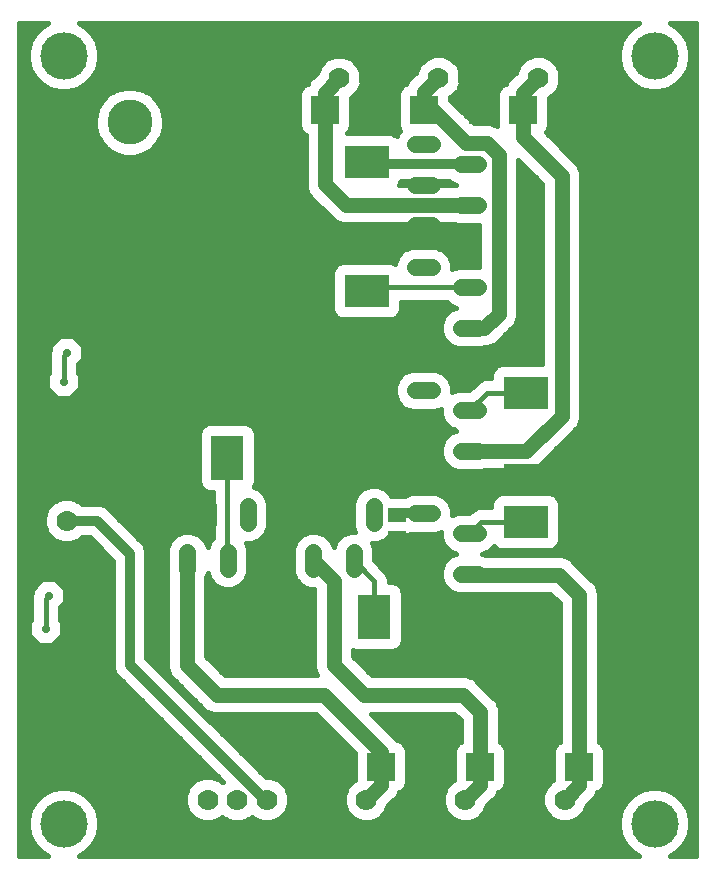
<source format=gbl>
G75*
G70*
%OFA0B0*%
%FSLAX24Y24*%
%IPPOS*%
%LPD*%
%AMOC8*
5,1,8,0,0,1.08239X$1,22.5*
%
%ADD10C,0.1500*%
%ADD11C,0.0700*%
%ADD12C,0.0554*%
%ADD13R,0.0945X0.0945*%
%ADD14R,0.1496X0.1102*%
%ADD15R,0.1102X0.1496*%
%ADD16R,0.0591X0.0512*%
%ADD17OC8,0.0278*%
%ADD18C,0.0160*%
%ADD19C,0.0320*%
%ADD20C,0.1581*%
%ADD21C,0.0500*%
D10*
X004380Y023196D03*
X004380Y025164D03*
D11*
X001480Y018080D03*
X002280Y011880D03*
X000980Y009780D03*
X005011Y002580D03*
X005996Y002580D03*
X006980Y002580D03*
X007964Y002580D03*
X008949Y002580D03*
X011288Y002580D03*
X012272Y002580D03*
X014588Y002580D03*
X015572Y002580D03*
X017898Y002580D03*
X018882Y002580D03*
X018982Y026640D03*
X017998Y026640D03*
X015662Y026640D03*
X014678Y026640D03*
X012352Y026620D03*
X011368Y026620D03*
D12*
X013896Y024419D02*
X014450Y024419D01*
X015431Y023749D02*
X015986Y023749D01*
X015986Y022411D02*
X015431Y022411D01*
X014450Y023080D02*
X013896Y023080D01*
X013896Y021741D02*
X014450Y021741D01*
X014450Y020319D02*
X013896Y020319D01*
X013896Y018980D02*
X014450Y018980D01*
X015431Y018311D02*
X015986Y018311D01*
X015986Y019649D02*
X015431Y019649D01*
X014450Y017641D02*
X013896Y017641D01*
X013896Y016219D02*
X014450Y016219D01*
X015431Y015549D02*
X015986Y015549D01*
X015986Y014211D02*
X015431Y014211D01*
X014450Y014880D02*
X013896Y014880D01*
X013896Y013541D02*
X014450Y013541D01*
X014450Y012119D02*
X013896Y012119D01*
X013896Y010780D02*
X014450Y010780D01*
X015431Y010111D02*
X015986Y010111D01*
X015986Y011449D02*
X015431Y011449D01*
X014450Y009441D02*
X013896Y009441D01*
X011849Y010274D02*
X011849Y010829D01*
X011180Y011810D02*
X011180Y012364D01*
X009841Y012364D02*
X009841Y011810D01*
X010511Y010829D02*
X010511Y010274D01*
X012519Y011810D02*
X012519Y012364D01*
X008319Y012364D02*
X008319Y011810D01*
X007649Y010829D02*
X007649Y010274D01*
X006311Y010274D02*
X006311Y010829D01*
X006980Y011810D02*
X006980Y012364D01*
X005641Y012364D02*
X005641Y011810D01*
D13*
X010796Y003680D03*
X012764Y003680D03*
X014096Y003680D03*
X016064Y003680D03*
X017396Y003680D03*
X019364Y003680D03*
X019464Y025580D03*
X017496Y025580D03*
X016164Y025580D03*
X014196Y025580D03*
X012864Y025580D03*
X010896Y025580D03*
D14*
X012280Y023837D03*
X012280Y020923D03*
X012280Y019537D03*
X012280Y016623D03*
X017580Y016137D03*
X017580Y013223D03*
X017580Y011837D03*
X017580Y008923D03*
D15*
X012537Y008680D03*
X009623Y008680D03*
X007637Y013980D03*
X004723Y013980D03*
D16*
X013280Y012054D03*
X013280Y011306D03*
D17*
X003548Y017165D03*
X003548Y017401D03*
X003272Y017401D03*
X003272Y017165D03*
X002280Y017480D03*
X002180Y016510D03*
X001680Y009380D03*
X002560Y009200D03*
X002560Y008960D03*
X002800Y008960D03*
X002800Y009200D03*
X001580Y008280D03*
D18*
X001652Y000710D02*
X000710Y000710D01*
X000710Y028450D01*
X001652Y028450D01*
X001449Y028333D01*
X001227Y028111D01*
X001071Y027840D01*
X000989Y027537D01*
X000989Y027223D01*
X001071Y026920D01*
X001227Y026649D01*
X001449Y026427D01*
X001720Y026271D01*
X002023Y026189D01*
X002337Y026189D01*
X002640Y026271D01*
X002911Y026427D01*
X003133Y026649D01*
X003289Y026920D01*
X003371Y027223D01*
X003371Y027537D01*
X003289Y027840D01*
X003133Y028111D01*
X002911Y028333D01*
X002708Y028450D01*
X021352Y028450D01*
X021149Y028333D01*
X020927Y028111D01*
X020771Y027840D01*
X020689Y027537D01*
X020689Y027223D01*
X020771Y026920D01*
X020927Y026649D01*
X021149Y026427D01*
X021420Y026271D01*
X021723Y026189D01*
X022037Y026189D01*
X022340Y026271D01*
X022611Y026427D01*
X022833Y026649D01*
X022989Y026920D01*
X023071Y027223D01*
X023071Y027537D01*
X022989Y027840D01*
X022833Y028111D01*
X022611Y028333D01*
X022408Y028450D01*
X023250Y028450D01*
X023250Y000710D01*
X022408Y000710D01*
X022611Y000827D01*
X022833Y001049D01*
X022989Y001320D01*
X023071Y001623D01*
X023071Y001937D01*
X022989Y002240D01*
X022989Y002241D02*
X023250Y002241D01*
X023250Y002399D02*
X022897Y002399D01*
X022833Y002511D02*
X022611Y002733D01*
X022340Y002889D01*
X022037Y002971D01*
X021723Y002971D01*
X021420Y002889D01*
X021149Y002733D01*
X020927Y002511D01*
X020771Y002240D01*
X020771Y002241D02*
X019553Y002241D01*
X019518Y002155D02*
X019618Y002397D01*
X019915Y002694D01*
X019972Y002831D01*
X020063Y002868D01*
X020176Y002981D01*
X020237Y003128D01*
X020237Y004232D01*
X020176Y004379D01*
X020063Y004492D01*
X020014Y004512D01*
X020014Y009525D01*
X019915Y009764D01*
X019632Y010047D01*
X019231Y010448D01*
X019048Y010631D01*
X018809Y010730D01*
X016260Y010730D01*
X016139Y010780D01*
X016369Y010875D01*
X016523Y011029D01*
X016605Y010946D01*
X016752Y010886D01*
X018408Y010886D01*
X018555Y010946D01*
X018667Y011059D01*
X018728Y011206D01*
X018728Y012467D01*
X018667Y012614D01*
X018555Y012727D01*
X018408Y012788D01*
X016752Y012788D01*
X016605Y012727D01*
X016493Y012614D01*
X016432Y012467D01*
X016432Y012317D01*
X016000Y012317D01*
X015824Y012244D01*
X015707Y012126D01*
X015296Y012126D01*
X015127Y012056D01*
X015127Y012253D01*
X015024Y012502D01*
X014834Y012693D01*
X014585Y012796D01*
X013761Y012796D01*
X013554Y012710D01*
X013108Y012710D01*
X013093Y012748D01*
X012902Y012938D01*
X012653Y013041D01*
X012384Y013041D01*
X012135Y012938D01*
X011945Y012748D01*
X011841Y012499D01*
X011841Y011675D01*
X011912Y011506D01*
X011715Y011506D01*
X011466Y011403D01*
X011275Y011212D01*
X011180Y010983D01*
X011085Y011212D01*
X010894Y011403D01*
X010645Y011506D01*
X010376Y011506D01*
X010127Y011403D01*
X009937Y011212D01*
X009834Y010964D01*
X009834Y010140D01*
X009937Y009891D01*
X010127Y009700D01*
X010376Y009597D01*
X010530Y009597D01*
X010530Y006951D01*
X010621Y006730D01*
X007549Y006730D01*
X006930Y007349D01*
X006930Y010000D01*
X006980Y010121D01*
X007075Y009891D01*
X007266Y009700D01*
X007515Y009597D01*
X007784Y009597D01*
X008033Y009700D01*
X008223Y009891D01*
X008326Y010140D01*
X008326Y010964D01*
X008256Y011133D01*
X008453Y011133D01*
X008702Y011236D01*
X008893Y011426D01*
X008996Y011675D01*
X008996Y012499D01*
X008893Y012748D01*
X008702Y012938D01*
X008529Y013010D01*
X008588Y013152D01*
X008588Y014808D01*
X008527Y014955D01*
X008414Y015067D01*
X008267Y015128D01*
X007006Y015128D01*
X006859Y015067D01*
X006746Y014955D01*
X006686Y014808D01*
X006686Y013152D01*
X006746Y013005D01*
X006859Y012893D01*
X007006Y012832D01*
X007157Y012832D01*
X007157Y011294D01*
X007075Y011212D01*
X006980Y010983D01*
X006885Y011212D01*
X006694Y011403D01*
X006445Y011506D01*
X006176Y011506D01*
X005927Y011403D01*
X005737Y011212D01*
X005634Y010964D01*
X005634Y010659D01*
X005630Y010650D01*
X005630Y006951D01*
X005729Y006712D01*
X005912Y006529D01*
X006912Y005529D01*
X007151Y005430D01*
X010595Y005430D01*
X011892Y004133D01*
X011892Y003234D01*
X011847Y003216D01*
X011636Y003005D01*
X011522Y002729D01*
X011522Y002431D01*
X011636Y002155D01*
X011847Y001944D01*
X012123Y001830D01*
X012421Y001830D01*
X012697Y001944D01*
X012908Y002155D01*
X013008Y002397D01*
X013315Y002704D01*
X013367Y002829D01*
X013463Y002868D01*
X013576Y002981D01*
X013637Y003128D01*
X013637Y004232D01*
X013576Y004379D01*
X013463Y004492D01*
X013316Y004552D01*
X013311Y004552D01*
X012433Y005430D01*
X015211Y005430D01*
X015414Y005227D01*
X015414Y004512D01*
X015365Y004492D01*
X015253Y004379D01*
X015192Y004232D01*
X015192Y003234D01*
X015147Y003216D01*
X014936Y003005D01*
X014822Y002729D01*
X014822Y002431D01*
X014936Y002155D01*
X015147Y001944D01*
X015423Y001830D01*
X015721Y001830D01*
X015997Y001944D01*
X016208Y002155D01*
X016308Y002397D01*
X016615Y002704D01*
X016667Y002829D01*
X016763Y002868D01*
X016876Y002981D01*
X016937Y003128D01*
X016937Y004232D01*
X016876Y004379D01*
X016763Y004492D01*
X016714Y004512D01*
X016714Y005625D01*
X016615Y005864D01*
X016432Y006047D01*
X016031Y006448D01*
X016031Y006448D01*
X015848Y006631D01*
X015609Y006730D01*
X012449Y006730D01*
X011830Y007349D01*
X011830Y007563D01*
X011906Y007532D01*
X013167Y007532D01*
X013314Y007593D01*
X013427Y007705D01*
X013488Y007852D01*
X013488Y009508D01*
X013427Y009655D01*
X013314Y009767D01*
X013167Y009828D01*
X013017Y009828D01*
X013017Y009960D01*
X012944Y010136D01*
X012526Y010553D01*
X012526Y010964D01*
X012456Y011133D01*
X012653Y011133D01*
X012902Y011236D01*
X013064Y011398D01*
X013655Y011398D01*
X013760Y011442D01*
X013761Y011441D01*
X014585Y011441D01*
X014754Y011512D01*
X014754Y011315D01*
X014857Y011066D01*
X015048Y010875D01*
X015277Y010780D01*
X015048Y010685D01*
X014857Y010494D01*
X014754Y010245D01*
X014754Y009976D01*
X014857Y009727D01*
X015048Y009537D01*
X015296Y009434D01*
X015601Y009434D01*
X015610Y009430D01*
X018411Y009430D01*
X018713Y009128D01*
X018714Y009127D01*
X018714Y004512D01*
X018665Y004492D01*
X018553Y004379D01*
X018492Y004232D01*
X018492Y003230D01*
X018457Y003216D01*
X018246Y003005D01*
X018132Y002729D01*
X018132Y002431D01*
X018246Y002155D01*
X018457Y001944D01*
X018733Y001830D01*
X019031Y001830D01*
X019307Y001944D01*
X019518Y002155D01*
X019445Y002082D02*
X020728Y002082D01*
X020689Y001937D02*
X020771Y002240D01*
X020863Y002399D02*
X019620Y002399D01*
X019779Y002558D02*
X020974Y002558D01*
X021132Y002716D02*
X019924Y002716D01*
X020069Y002875D02*
X021395Y002875D01*
X020689Y001937D02*
X020689Y001623D01*
X020771Y001320D01*
X020927Y001049D01*
X021149Y000827D01*
X021352Y000710D01*
X002708Y000710D01*
X002911Y000827D01*
X003133Y001049D01*
X003289Y001320D01*
X003371Y001623D01*
X003371Y001937D01*
X003289Y002240D01*
X003289Y002241D02*
X006309Y002241D01*
X006344Y002155D02*
X006555Y001944D01*
X006831Y001830D01*
X007129Y001830D01*
X007405Y001944D01*
X007472Y002011D01*
X007539Y001944D01*
X007815Y001830D01*
X008113Y001830D01*
X008389Y001944D01*
X008456Y002011D01*
X008524Y001944D01*
X008799Y001830D01*
X009098Y001830D01*
X009373Y001944D01*
X009584Y002155D01*
X009699Y002431D01*
X009699Y002729D01*
X009584Y003005D01*
X009373Y003216D01*
X009098Y003330D01*
X008922Y003330D01*
X004940Y007312D01*
X004940Y010891D01*
X004855Y011097D01*
X003755Y012197D01*
X003755Y012197D01*
X003597Y012355D01*
X003391Y012440D01*
X002781Y012440D01*
X002705Y012516D01*
X002429Y012630D01*
X002131Y012630D01*
X001855Y012516D01*
X001644Y012305D01*
X001530Y012029D01*
X001530Y011731D01*
X001644Y011455D01*
X001855Y011244D01*
X002131Y011130D01*
X002429Y011130D01*
X002705Y011244D01*
X002781Y011320D01*
X003048Y011320D01*
X003820Y010548D01*
X003820Y006969D01*
X003905Y006763D01*
X007496Y003172D01*
X007472Y003149D01*
X007405Y003216D01*
X007129Y003330D01*
X006831Y003330D01*
X006555Y003216D01*
X006344Y003005D01*
X006230Y002729D01*
X006230Y002431D01*
X006344Y002155D01*
X006417Y002082D02*
X003332Y002082D01*
X003371Y001924D02*
X006605Y001924D01*
X006243Y002399D02*
X003197Y002399D01*
X003133Y002511D02*
X002911Y002733D01*
X002640Y002889D01*
X002337Y002971D01*
X002023Y002971D01*
X001720Y002889D01*
X001449Y002733D01*
X001227Y002511D01*
X001071Y002240D01*
X001071Y002241D02*
X000710Y002241D01*
X000710Y002399D02*
X001163Y002399D01*
X001071Y002240D02*
X000989Y001937D01*
X000989Y001623D01*
X001071Y001320D01*
X001227Y001049D01*
X001449Y000827D01*
X001652Y000710D01*
X001472Y000814D02*
X000710Y000814D01*
X000710Y000973D02*
X001304Y000973D01*
X001180Y001131D02*
X000710Y001131D01*
X000710Y001290D02*
X001088Y001290D01*
X001036Y001448D02*
X000710Y001448D01*
X000710Y001607D02*
X000994Y001607D01*
X000989Y001765D02*
X000710Y001765D01*
X000710Y001924D02*
X000989Y001924D01*
X001028Y002082D02*
X000710Y002082D01*
X000710Y002558D02*
X001274Y002558D01*
X001432Y002716D02*
X000710Y002716D01*
X000710Y002875D02*
X001695Y002875D01*
X002665Y002875D02*
X006290Y002875D01*
X006230Y002716D02*
X002928Y002716D01*
X003086Y002558D02*
X006230Y002558D01*
X006372Y003033D02*
X000710Y003033D01*
X000710Y003192D02*
X006531Y003192D01*
X007001Y003667D02*
X000710Y003667D01*
X000710Y003509D02*
X007160Y003509D01*
X007318Y003350D02*
X000710Y003350D01*
X000710Y003826D02*
X006843Y003826D01*
X006684Y003984D02*
X000710Y003984D01*
X000710Y004143D02*
X006526Y004143D01*
X006367Y004301D02*
X000710Y004301D01*
X000710Y004460D02*
X006209Y004460D01*
X006050Y004618D02*
X000710Y004618D01*
X000710Y004777D02*
X005892Y004777D01*
X005733Y004935D02*
X000710Y004935D01*
X000710Y005094D02*
X005575Y005094D01*
X005416Y005252D02*
X000710Y005252D01*
X000710Y005411D02*
X005258Y005411D01*
X005099Y005569D02*
X000710Y005569D01*
X000710Y005728D02*
X004941Y005728D01*
X004782Y005886D02*
X000710Y005886D01*
X000710Y006045D02*
X004624Y006045D01*
X004465Y006203D02*
X000710Y006203D01*
X000710Y006362D02*
X004307Y006362D01*
X004148Y006520D02*
X000710Y006520D01*
X000710Y006679D02*
X003990Y006679D01*
X003875Y006837D02*
X000710Y006837D01*
X000710Y006996D02*
X003820Y006996D01*
X003820Y007154D02*
X000710Y007154D01*
X000710Y007313D02*
X003820Y007313D01*
X003820Y007471D02*
X000710Y007471D01*
X000710Y007630D02*
X003820Y007630D01*
X003820Y007788D02*
X001850Y007788D01*
X001803Y007741D02*
X002119Y008057D01*
X002119Y008503D01*
X002060Y008562D01*
X002060Y008998D01*
X002219Y009157D01*
X002219Y009603D01*
X001903Y009919D01*
X001457Y009919D01*
X001141Y009603D01*
X001141Y009474D01*
X001100Y009375D01*
X001100Y008562D01*
X001041Y008503D01*
X001041Y008057D01*
X001357Y007741D01*
X001803Y007741D01*
X002009Y007947D02*
X003820Y007947D01*
X003820Y008105D02*
X002119Y008105D01*
X002119Y008264D02*
X003820Y008264D01*
X003820Y008422D02*
X002119Y008422D01*
X002060Y008581D02*
X003820Y008581D01*
X003820Y008739D02*
X002060Y008739D01*
X002060Y008898D02*
X003820Y008898D01*
X003820Y009056D02*
X002118Y009056D01*
X002219Y009215D02*
X003820Y009215D01*
X003820Y009373D02*
X002219Y009373D01*
X002219Y009532D02*
X003820Y009532D01*
X003820Y009690D02*
X002132Y009690D01*
X001974Y009849D02*
X003820Y009849D01*
X003820Y010007D02*
X000710Y010007D01*
X000710Y009849D02*
X001386Y009849D01*
X001228Y009690D02*
X000710Y009690D01*
X000710Y009532D02*
X001141Y009532D01*
X001100Y009373D02*
X000710Y009373D01*
X000710Y009215D02*
X001100Y009215D01*
X001100Y009056D02*
X000710Y009056D01*
X000710Y008898D02*
X001100Y008898D01*
X001100Y008739D02*
X000710Y008739D01*
X000710Y008581D02*
X001100Y008581D01*
X001041Y008422D02*
X000710Y008422D01*
X000710Y008264D02*
X001041Y008264D01*
X001041Y008105D02*
X000710Y008105D01*
X000710Y007947D02*
X001151Y007947D01*
X001310Y007788D02*
X000710Y007788D01*
X001580Y008280D02*
X001580Y009280D01*
X001680Y009380D01*
X000710Y010166D02*
X003820Y010166D01*
X003820Y010324D02*
X000710Y010324D01*
X000710Y010483D02*
X003820Y010483D01*
X003727Y010641D02*
X000710Y010641D01*
X000710Y010800D02*
X003569Y010800D01*
X003410Y010958D02*
X000710Y010958D01*
X000710Y011117D02*
X003252Y011117D01*
X003093Y011275D02*
X002736Y011275D01*
X001824Y011275D02*
X000710Y011275D01*
X000710Y011434D02*
X001666Y011434D01*
X001587Y011592D02*
X000710Y011592D01*
X000710Y011751D02*
X001530Y011751D01*
X001530Y011909D02*
X000710Y011909D01*
X000710Y012068D02*
X001546Y012068D01*
X001612Y012226D02*
X000710Y012226D01*
X000710Y012385D02*
X001724Y012385D01*
X001921Y012543D02*
X000710Y012543D01*
X000710Y012702D02*
X007157Y012702D01*
X007157Y012543D02*
X002639Y012543D01*
X003525Y012385D02*
X007157Y012385D01*
X007157Y012226D02*
X003726Y012226D01*
X003884Y012068D02*
X007157Y012068D01*
X007157Y011909D02*
X004043Y011909D01*
X004201Y011751D02*
X007157Y011751D01*
X007157Y011592D02*
X004360Y011592D01*
X004518Y011434D02*
X006001Y011434D01*
X005799Y011275D02*
X004677Y011275D01*
X004835Y011117D02*
X005697Y011117D01*
X005634Y010958D02*
X004912Y010958D01*
X004940Y010800D02*
X005634Y010800D01*
X005630Y010641D02*
X004940Y010641D01*
X004940Y010483D02*
X005630Y010483D01*
X005630Y010324D02*
X004940Y010324D01*
X004940Y010166D02*
X005630Y010166D01*
X005630Y010007D02*
X004940Y010007D01*
X004940Y009849D02*
X005630Y009849D01*
X005630Y009690D02*
X004940Y009690D01*
X004940Y009532D02*
X005630Y009532D01*
X005630Y009373D02*
X004940Y009373D01*
X004940Y009215D02*
X005630Y009215D01*
X005630Y009056D02*
X004940Y009056D01*
X004940Y008898D02*
X005630Y008898D01*
X005630Y008739D02*
X004940Y008739D01*
X004940Y008581D02*
X005630Y008581D01*
X005630Y008422D02*
X004940Y008422D01*
X004940Y008264D02*
X005630Y008264D01*
X005630Y008105D02*
X004940Y008105D01*
X004940Y007947D02*
X005630Y007947D01*
X005630Y007788D02*
X004940Y007788D01*
X004940Y007630D02*
X005630Y007630D01*
X005630Y007471D02*
X004940Y007471D01*
X004940Y007313D02*
X005630Y007313D01*
X005630Y007154D02*
X005098Y007154D01*
X005256Y006996D02*
X005630Y006996D01*
X005677Y006837D02*
X005415Y006837D01*
X005573Y006679D02*
X005762Y006679D01*
X005732Y006520D02*
X005921Y006520D01*
X005890Y006362D02*
X006079Y006362D01*
X006049Y006203D02*
X006238Y006203D01*
X006207Y006045D02*
X006396Y006045D01*
X006366Y005886D02*
X006555Y005886D01*
X006524Y005728D02*
X006713Y005728D01*
X006683Y005569D02*
X006872Y005569D01*
X006841Y005411D02*
X010615Y005411D01*
X010773Y005252D02*
X007000Y005252D01*
X007158Y005094D02*
X010932Y005094D01*
X011090Y004935D02*
X007317Y004935D01*
X007475Y004777D02*
X011249Y004777D01*
X011407Y004618D02*
X007634Y004618D01*
X007792Y004460D02*
X011566Y004460D01*
X011724Y004301D02*
X007951Y004301D01*
X008109Y004143D02*
X011883Y004143D01*
X011892Y003984D02*
X008268Y003984D01*
X008426Y003826D02*
X011892Y003826D01*
X011892Y003667D02*
X008585Y003667D01*
X008743Y003509D02*
X011892Y003509D01*
X011892Y003350D02*
X008902Y003350D01*
X009398Y003192D02*
X011823Y003192D01*
X011664Y003033D02*
X009556Y003033D01*
X009638Y002875D02*
X011582Y002875D01*
X011522Y002716D02*
X009699Y002716D01*
X009699Y002558D02*
X011522Y002558D01*
X011535Y002399D02*
X009685Y002399D01*
X009620Y002241D02*
X011601Y002241D01*
X011709Y002082D02*
X009511Y002082D01*
X009323Y001924D02*
X011897Y001924D01*
X012647Y001924D02*
X015197Y001924D01*
X015009Y002082D02*
X012835Y002082D01*
X012943Y002241D02*
X014901Y002241D01*
X014835Y002399D02*
X013010Y002399D01*
X013169Y002558D02*
X014822Y002558D01*
X014822Y002716D02*
X013320Y002716D01*
X013469Y002875D02*
X014882Y002875D01*
X014964Y003033D02*
X013597Y003033D01*
X013637Y003192D02*
X015123Y003192D01*
X015192Y003350D02*
X013637Y003350D01*
X013637Y003509D02*
X015192Y003509D01*
X015192Y003667D02*
X013637Y003667D01*
X013637Y003826D02*
X015192Y003826D01*
X015192Y003984D02*
X013637Y003984D01*
X013637Y004143D02*
X015192Y004143D01*
X015220Y004301D02*
X013608Y004301D01*
X013495Y004460D02*
X015333Y004460D01*
X015414Y004618D02*
X013245Y004618D01*
X013087Y004777D02*
X015414Y004777D01*
X015414Y004935D02*
X012928Y004935D01*
X012770Y005094D02*
X015414Y005094D01*
X015389Y005252D02*
X012611Y005252D01*
X012453Y005411D02*
X015230Y005411D01*
X016118Y006362D02*
X018714Y006362D01*
X018714Y006520D02*
X015959Y006520D01*
X015734Y006679D02*
X018714Y006679D01*
X018714Y006837D02*
X012342Y006837D01*
X012184Y006996D02*
X018714Y006996D01*
X018714Y007154D02*
X012025Y007154D01*
X011867Y007313D02*
X018714Y007313D01*
X018714Y007471D02*
X011830Y007471D01*
X012537Y008680D02*
X012537Y009864D01*
X011849Y010552D01*
X011338Y011275D02*
X011022Y011275D01*
X011124Y011117D02*
X011236Y011117D01*
X011540Y011434D02*
X010820Y011434D01*
X010201Y011434D02*
X008896Y011434D01*
X008961Y011592D02*
X011876Y011592D01*
X011841Y011751D02*
X008996Y011751D01*
X008996Y011909D02*
X011841Y011909D01*
X011841Y012068D02*
X008996Y012068D01*
X008996Y012226D02*
X011841Y012226D01*
X011841Y012385D02*
X008996Y012385D01*
X008977Y012543D02*
X011860Y012543D01*
X011925Y012702D02*
X008912Y012702D01*
X008780Y012860D02*
X012057Y012860D01*
X012329Y013019D02*
X008532Y013019D01*
X008588Y013177D02*
X023250Y013177D01*
X023250Y013019D02*
X012709Y013019D01*
X012980Y012860D02*
X023250Y012860D01*
X023250Y012702D02*
X018580Y012702D01*
X018697Y012543D02*
X023250Y012543D01*
X023250Y012385D02*
X018728Y012385D01*
X018728Y012226D02*
X023250Y012226D01*
X023250Y012068D02*
X018728Y012068D01*
X018728Y011909D02*
X023250Y011909D01*
X023250Y011751D02*
X018728Y011751D01*
X018728Y011592D02*
X023250Y011592D01*
X023250Y011434D02*
X018728Y011434D01*
X018728Y011275D02*
X023250Y011275D01*
X023250Y011117D02*
X018691Y011117D01*
X018566Y010958D02*
X023250Y010958D01*
X023250Y010800D02*
X016186Y010800D01*
X016452Y010958D02*
X016594Y010958D01*
X016096Y011837D02*
X015708Y011449D01*
X016096Y011837D02*
X017580Y011837D01*
X016580Y012702D02*
X014812Y012702D01*
X014983Y012543D02*
X016463Y012543D01*
X016432Y012385D02*
X015073Y012385D01*
X015127Y012226D02*
X015806Y012226D01*
X015154Y012068D02*
X015127Y012068D01*
X014754Y011434D02*
X013740Y011434D01*
X012941Y011275D02*
X014770Y011275D01*
X014836Y011117D02*
X012463Y011117D01*
X012526Y010958D02*
X014965Y010958D01*
X015230Y010800D02*
X012526Y010800D01*
X012526Y010641D02*
X015004Y010641D01*
X014852Y010483D02*
X012597Y010483D01*
X012756Y010324D02*
X014787Y010324D01*
X014754Y010166D02*
X012914Y010166D01*
X012997Y010007D02*
X014754Y010007D01*
X014807Y009849D02*
X013017Y009849D01*
X013392Y009690D02*
X014894Y009690D01*
X015060Y009532D02*
X013478Y009532D01*
X013488Y009373D02*
X018468Y009373D01*
X018626Y009215D02*
X013488Y009215D01*
X013488Y009056D02*
X018714Y009056D01*
X018714Y008898D02*
X013488Y008898D01*
X013488Y008739D02*
X018714Y008739D01*
X018714Y008581D02*
X013488Y008581D01*
X013488Y008422D02*
X018714Y008422D01*
X018714Y008264D02*
X013488Y008264D01*
X013488Y008105D02*
X018714Y008105D01*
X018714Y007947D02*
X013488Y007947D01*
X013461Y007788D02*
X018714Y007788D01*
X018714Y007630D02*
X013351Y007630D01*
X010577Y006837D02*
X007442Y006837D01*
X007284Y006996D02*
X010530Y006996D01*
X010530Y007154D02*
X007125Y007154D01*
X006967Y007313D02*
X010530Y007313D01*
X010530Y007471D02*
X006930Y007471D01*
X006930Y007630D02*
X010530Y007630D01*
X010530Y007788D02*
X006930Y007788D01*
X006930Y007947D02*
X010530Y007947D01*
X010530Y008105D02*
X006930Y008105D01*
X006930Y008264D02*
X010530Y008264D01*
X010530Y008422D02*
X006930Y008422D01*
X006930Y008581D02*
X010530Y008581D01*
X010530Y008739D02*
X006930Y008739D01*
X006930Y008898D02*
X010530Y008898D01*
X010530Y009056D02*
X006930Y009056D01*
X006930Y009215D02*
X010530Y009215D01*
X010530Y009373D02*
X006930Y009373D01*
X006930Y009532D02*
X010530Y009532D01*
X010152Y009690D02*
X008008Y009690D01*
X008181Y009849D02*
X009979Y009849D01*
X009889Y010007D02*
X008271Y010007D01*
X008326Y010166D02*
X009834Y010166D01*
X009834Y010324D02*
X008326Y010324D01*
X008326Y010483D02*
X009834Y010483D01*
X009834Y010641D02*
X008326Y010641D01*
X008326Y010800D02*
X009834Y010800D01*
X009834Y010958D02*
X008326Y010958D01*
X008263Y011117D02*
X009897Y011117D01*
X009999Y011275D02*
X008741Y011275D01*
X007649Y010552D02*
X007637Y010564D01*
X007637Y013980D01*
X006741Y013019D02*
X000710Y013019D01*
X000710Y013177D02*
X006686Y013177D01*
X006686Y013336D02*
X000710Y013336D01*
X000710Y013494D02*
X006686Y013494D01*
X006686Y013653D02*
X000710Y013653D01*
X000710Y013811D02*
X006686Y013811D01*
X006686Y013970D02*
X000710Y013970D01*
X000710Y014128D02*
X006686Y014128D01*
X006686Y014287D02*
X000710Y014287D01*
X000710Y014445D02*
X006686Y014445D01*
X006686Y014604D02*
X000710Y014604D01*
X000710Y014762D02*
X006686Y014762D01*
X006732Y014921D02*
X000710Y014921D01*
X000710Y015079D02*
X006888Y015079D01*
X008386Y015079D02*
X014944Y015079D01*
X014857Y015166D02*
X015048Y014975D01*
X015277Y014880D01*
X015048Y014785D01*
X014857Y014594D01*
X014754Y014345D01*
X014754Y014076D01*
X014857Y013827D01*
X015048Y013637D01*
X015296Y013534D01*
X016120Y013534D01*
X016186Y013561D01*
X017740Y013561D01*
X017979Y013660D01*
X019148Y014829D01*
X019331Y015012D01*
X019430Y015251D01*
X019430Y023509D01*
X019331Y023748D01*
X018253Y024826D01*
X018307Y024881D01*
X018368Y025028D01*
X018368Y025982D01*
X018423Y026004D01*
X018634Y026215D01*
X018748Y026491D01*
X021085Y026491D01*
X020927Y026650D02*
X018748Y026650D01*
X018748Y026789D02*
X018634Y027065D01*
X018423Y027276D01*
X018147Y027390D01*
X017849Y027390D01*
X017573Y027276D01*
X017362Y027065D01*
X017262Y026823D01*
X016945Y026506D01*
X016918Y026442D01*
X016797Y026392D01*
X016684Y026279D01*
X016623Y026132D01*
X016623Y025041D01*
X016409Y025130D01*
X015849Y025130D01*
X015068Y025911D01*
X015068Y025990D01*
X015103Y026004D01*
X015314Y026215D01*
X015428Y026491D01*
X016938Y026491D01*
X017088Y026650D02*
X015428Y026650D01*
X015428Y026789D02*
X015314Y027065D01*
X015103Y027276D01*
X014827Y027390D01*
X014529Y027390D01*
X014253Y027276D01*
X014042Y027065D01*
X013942Y026823D01*
X013645Y026526D01*
X013608Y026438D01*
X013497Y026392D01*
X013384Y026279D01*
X013323Y026132D01*
X013323Y025028D01*
X013384Y024881D01*
X013392Y024873D01*
X013322Y024802D01*
X013280Y024702D01*
X013255Y024727D01*
X013108Y024788D01*
X011614Y024788D01*
X011707Y024881D01*
X011768Y025028D01*
X011768Y025974D01*
X011793Y025984D01*
X012004Y026195D01*
X012118Y026471D01*
X012118Y026769D01*
X012004Y027045D01*
X011793Y027256D01*
X011517Y027370D01*
X011219Y027370D01*
X010943Y027256D01*
X010732Y027045D01*
X010632Y026803D01*
X010345Y026516D01*
X010313Y026440D01*
X010197Y026392D01*
X010084Y026279D01*
X010023Y026132D01*
X010023Y025028D01*
X010084Y024881D01*
X010197Y024768D01*
X010246Y024748D01*
X010246Y022966D01*
X010345Y022728D01*
X011213Y021860D01*
X011451Y021761D01*
X015231Y021761D01*
X015296Y021734D01*
X016030Y021734D01*
X016030Y020326D01*
X015296Y020326D01*
X015127Y020256D01*
X015127Y020453D01*
X015024Y020702D01*
X014834Y020893D01*
X014585Y020996D01*
X013761Y020996D01*
X013512Y020893D01*
X013322Y020702D01*
X013219Y020453D01*
X013219Y020442D01*
X013108Y020488D01*
X011452Y020488D01*
X011305Y020427D01*
X011193Y020314D01*
X011132Y020167D01*
X011132Y018906D01*
X011193Y018759D01*
X011305Y018646D01*
X011452Y018586D01*
X013108Y018586D01*
X013255Y018646D01*
X013367Y018759D01*
X013428Y018906D01*
X013428Y019169D01*
X014954Y019169D01*
X015048Y019075D01*
X015277Y018980D01*
X015048Y018885D01*
X014857Y018694D01*
X014754Y018445D01*
X014754Y018176D01*
X014857Y017927D01*
X015048Y017737D01*
X015296Y017634D01*
X016120Y017634D01*
X016186Y017661D01*
X016340Y017661D01*
X016579Y017760D01*
X017048Y018229D01*
X017048Y018229D01*
X017231Y018412D01*
X017330Y018651D01*
X017330Y023911D01*
X018130Y023111D01*
X018130Y017088D01*
X016752Y017088D01*
X016605Y017027D01*
X016493Y016914D01*
X016432Y016767D01*
X016432Y016617D01*
X016200Y016617D01*
X016024Y016544D01*
X015707Y016226D01*
X015296Y016226D01*
X015127Y016156D01*
X015127Y016353D01*
X015024Y016602D01*
X014834Y016793D01*
X014585Y016896D01*
X013761Y016896D01*
X013512Y016793D01*
X013322Y016602D01*
X013219Y016353D01*
X013219Y016084D01*
X013322Y015835D01*
X013512Y015645D01*
X013761Y015541D01*
X014585Y015541D01*
X014754Y015612D01*
X014754Y015415D01*
X014857Y015166D01*
X014827Y015238D02*
X000710Y015238D01*
X000710Y015396D02*
X014762Y015396D01*
X014754Y015555D02*
X014616Y015555D01*
X015127Y016189D02*
X015205Y016189D01*
X015127Y016347D02*
X015827Y016347D01*
X015986Y016506D02*
X015064Y016506D01*
X014962Y016664D02*
X016432Y016664D01*
X016455Y016823D02*
X014762Y016823D01*
X015011Y017774D02*
X002749Y017774D01*
X002819Y017703D02*
X002503Y018019D01*
X002057Y018019D01*
X001741Y017703D01*
X001741Y017574D01*
X001700Y017475D01*
X001700Y016792D01*
X001641Y016733D01*
X001641Y016287D01*
X001957Y015971D01*
X002403Y015971D01*
X002719Y016287D01*
X002719Y016733D01*
X002660Y016792D01*
X002660Y017098D01*
X002819Y017257D01*
X002819Y017703D01*
X002819Y017615D02*
X018130Y017615D01*
X018130Y017457D02*
X002819Y017457D01*
X002819Y017298D02*
X018130Y017298D01*
X018130Y017140D02*
X002702Y017140D01*
X002660Y016981D02*
X016559Y016981D01*
X016593Y017774D02*
X018130Y017774D01*
X018130Y017932D02*
X016751Y017932D01*
X016910Y018091D02*
X018130Y018091D01*
X018130Y018249D02*
X017068Y018249D01*
X017227Y018408D02*
X018130Y018408D01*
X018130Y018566D02*
X017295Y018566D01*
X017330Y018725D02*
X018130Y018725D01*
X018130Y018883D02*
X017330Y018883D01*
X017330Y019042D02*
X018130Y019042D01*
X018130Y019200D02*
X017330Y019200D01*
X017330Y019359D02*
X018130Y019359D01*
X018130Y019517D02*
X017330Y019517D01*
X017330Y019676D02*
X018130Y019676D01*
X018130Y019834D02*
X017330Y019834D01*
X017330Y019993D02*
X018130Y019993D01*
X018130Y020151D02*
X017330Y020151D01*
X017330Y020310D02*
X018130Y020310D01*
X018130Y020468D02*
X017330Y020468D01*
X017330Y020627D02*
X018130Y020627D01*
X018130Y020785D02*
X017330Y020785D01*
X017330Y020944D02*
X018130Y020944D01*
X018130Y021102D02*
X017330Y021102D01*
X017330Y021261D02*
X018130Y021261D01*
X018130Y021419D02*
X017330Y021419D01*
X017330Y021578D02*
X018130Y021578D01*
X018130Y021736D02*
X017330Y021736D01*
X017330Y021895D02*
X018130Y021895D01*
X018130Y022053D02*
X017330Y022053D01*
X017330Y022212D02*
X018130Y022212D01*
X018130Y022370D02*
X017330Y022370D01*
X017330Y022529D02*
X018130Y022529D01*
X018130Y022687D02*
X017330Y022687D01*
X017330Y022846D02*
X018130Y022846D01*
X018130Y023004D02*
X017330Y023004D01*
X017330Y023163D02*
X018078Y023163D01*
X017920Y023321D02*
X017330Y023321D01*
X017330Y023480D02*
X017761Y023480D01*
X017603Y023638D02*
X017330Y023638D01*
X017330Y023797D02*
X017444Y023797D01*
X018332Y024748D02*
X023250Y024748D01*
X023250Y024906D02*
X018318Y024906D01*
X018368Y025065D02*
X023250Y025065D01*
X023250Y025223D02*
X018368Y025223D01*
X018368Y025382D02*
X023250Y025382D01*
X023250Y025540D02*
X018368Y025540D01*
X018368Y025699D02*
X023250Y025699D01*
X023250Y025857D02*
X018368Y025857D01*
X018434Y026016D02*
X023250Y026016D01*
X023250Y026174D02*
X018593Y026174D01*
X018682Y026333D02*
X021313Y026333D01*
X020835Y026808D02*
X018740Y026808D01*
X018748Y026789D02*
X018748Y026491D01*
X018674Y026967D02*
X020758Y026967D01*
X020716Y027125D02*
X018573Y027125D01*
X018404Y027284D02*
X020689Y027284D01*
X020689Y027442D02*
X003371Y027442D01*
X003371Y027284D02*
X011010Y027284D01*
X010812Y027125D02*
X003344Y027125D01*
X003302Y026967D02*
X010700Y026967D01*
X010634Y026808D02*
X003225Y026808D01*
X003133Y026650D02*
X010478Y026650D01*
X010334Y026491D02*
X002975Y026491D01*
X002747Y026333D02*
X010138Y026333D01*
X010041Y026174D02*
X004931Y026174D01*
X004824Y026236D02*
X004531Y026314D01*
X004229Y026314D01*
X003936Y026236D01*
X003674Y026084D01*
X003460Y025870D01*
X003308Y025608D01*
X003230Y025316D01*
X003230Y025013D01*
X003308Y024720D01*
X003460Y024458D01*
X003674Y024244D01*
X003936Y024093D01*
X004229Y024014D01*
X004531Y024014D01*
X004824Y024093D01*
X005086Y024244D01*
X005300Y024458D01*
X005452Y024720D01*
X005530Y025013D01*
X005530Y025316D01*
X005452Y025608D01*
X005300Y025870D01*
X005086Y026084D01*
X004824Y026236D01*
X005155Y026016D02*
X010023Y026016D01*
X010023Y025857D02*
X005308Y025857D01*
X005399Y025699D02*
X010023Y025699D01*
X010023Y025540D02*
X005470Y025540D01*
X005512Y025382D02*
X010023Y025382D01*
X010023Y025223D02*
X005530Y025223D01*
X005530Y025065D02*
X010023Y025065D01*
X010074Y024906D02*
X005501Y024906D01*
X005459Y024748D02*
X010246Y024748D01*
X010246Y024589D02*
X005376Y024589D01*
X005273Y024431D02*
X010246Y024431D01*
X010246Y024272D02*
X005114Y024272D01*
X004860Y024114D02*
X010246Y024114D01*
X010246Y023955D02*
X000710Y023955D01*
X000710Y023797D02*
X010246Y023797D01*
X010246Y023638D02*
X000710Y023638D01*
X000710Y023480D02*
X010246Y023480D01*
X010246Y023321D02*
X000710Y023321D01*
X000710Y023163D02*
X010246Y023163D01*
X010246Y023004D02*
X000710Y023004D01*
X000710Y022846D02*
X010296Y022846D01*
X010385Y022687D02*
X000710Y022687D01*
X000710Y022529D02*
X010544Y022529D01*
X010702Y022370D02*
X000710Y022370D01*
X000710Y022212D02*
X010861Y022212D01*
X011019Y022053D02*
X000710Y022053D01*
X000710Y021895D02*
X011178Y021895D01*
X011405Y020468D02*
X000710Y020468D01*
X000710Y020310D02*
X011191Y020310D01*
X011132Y020151D02*
X000710Y020151D01*
X000710Y019993D02*
X011132Y019993D01*
X011132Y019834D02*
X000710Y019834D01*
X000710Y019676D02*
X011132Y019676D01*
X011132Y019517D02*
X000710Y019517D01*
X000710Y019359D02*
X011132Y019359D01*
X011132Y019200D02*
X000710Y019200D01*
X000710Y019042D02*
X011132Y019042D01*
X011141Y018883D02*
X000710Y018883D01*
X000710Y018725D02*
X011227Y018725D01*
X012280Y019537D02*
X012393Y019649D01*
X015708Y019649D01*
X015256Y020310D02*
X015127Y020310D01*
X015121Y020468D02*
X016030Y020468D01*
X016030Y020627D02*
X015055Y020627D01*
X014941Y020785D02*
X016030Y020785D01*
X016030Y020944D02*
X014711Y020944D01*
X015290Y021736D02*
X000710Y021736D01*
X000710Y021578D02*
X016030Y021578D01*
X016030Y021419D02*
X000710Y021419D01*
X000710Y021261D02*
X016030Y021261D01*
X016030Y021102D02*
X000710Y021102D01*
X000710Y020944D02*
X013635Y020944D01*
X013405Y020785D02*
X000710Y020785D01*
X000710Y020627D02*
X013290Y020627D01*
X013225Y020468D02*
X013155Y020468D01*
X013428Y019042D02*
X015129Y019042D01*
X015046Y018883D02*
X013419Y018883D01*
X013333Y018725D02*
X014887Y018725D01*
X014804Y018566D02*
X000710Y018566D01*
X000710Y018408D02*
X014754Y018408D01*
X014754Y018249D02*
X000710Y018249D01*
X000710Y018091D02*
X014789Y018091D01*
X014855Y017932D02*
X002590Y017932D01*
X002280Y017480D02*
X002180Y017380D01*
X002180Y016510D01*
X002621Y016189D02*
X013219Y016189D01*
X013219Y016347D02*
X002719Y016347D01*
X002719Y016506D02*
X013282Y016506D01*
X013384Y016664D02*
X002719Y016664D01*
X002660Y016823D02*
X013584Y016823D01*
X013241Y016030D02*
X002462Y016030D01*
X001898Y016030D02*
X000710Y016030D01*
X000710Y015872D02*
X013307Y015872D01*
X013444Y015713D02*
X000710Y015713D01*
X000710Y015555D02*
X013729Y015555D01*
X014795Y014445D02*
X008588Y014445D01*
X008588Y014287D02*
X014754Y014287D01*
X014754Y014128D02*
X008588Y014128D01*
X008588Y013970D02*
X014798Y013970D01*
X014873Y013811D02*
X008588Y013811D01*
X008588Y013653D02*
X015032Y013653D01*
X014866Y014604D02*
X008588Y014604D01*
X008588Y014762D02*
X015025Y014762D01*
X015180Y014921D02*
X008541Y014921D01*
X008588Y013494D02*
X023250Y013494D01*
X023250Y013336D02*
X008588Y013336D01*
X007157Y011434D02*
X006620Y011434D01*
X006822Y011275D02*
X007138Y011275D01*
X007036Y011117D02*
X006924Y011117D01*
X006933Y010007D02*
X007027Y010007D01*
X007118Y009849D02*
X006930Y009849D01*
X006930Y009690D02*
X007291Y009690D01*
X006938Y012860D02*
X000710Y012860D01*
X000710Y016189D02*
X001739Y016189D01*
X001641Y016347D02*
X000710Y016347D01*
X000710Y016506D02*
X001641Y016506D01*
X001641Y016664D02*
X000710Y016664D01*
X000710Y016823D02*
X001700Y016823D01*
X001700Y016981D02*
X000710Y016981D01*
X000710Y017140D02*
X001700Y017140D01*
X001700Y017298D02*
X000710Y017298D01*
X000710Y017457D02*
X001700Y017457D01*
X001741Y017615D02*
X000710Y017615D01*
X000710Y017774D02*
X001811Y017774D01*
X001970Y017932D02*
X000710Y017932D01*
X000710Y024114D02*
X003900Y024114D01*
X003646Y024272D02*
X000710Y024272D01*
X000710Y024431D02*
X003487Y024431D01*
X003384Y024589D02*
X000710Y024589D01*
X000710Y024748D02*
X003301Y024748D01*
X003259Y024906D02*
X000710Y024906D01*
X000710Y025065D02*
X003230Y025065D01*
X003230Y025223D02*
X000710Y025223D01*
X000710Y025382D02*
X003248Y025382D01*
X003290Y025540D02*
X000710Y025540D01*
X000710Y025699D02*
X003361Y025699D01*
X003452Y025857D02*
X000710Y025857D01*
X000710Y026016D02*
X003605Y026016D01*
X003829Y026174D02*
X000710Y026174D01*
X000710Y026333D02*
X001613Y026333D01*
X001385Y026491D02*
X000710Y026491D01*
X000710Y026650D02*
X001227Y026650D01*
X001135Y026808D02*
X000710Y026808D01*
X000710Y026967D02*
X001058Y026967D01*
X001016Y027125D02*
X000710Y027125D01*
X000710Y027284D02*
X000989Y027284D01*
X000989Y027442D02*
X000710Y027442D01*
X000710Y027601D02*
X001007Y027601D01*
X001049Y027759D02*
X000710Y027759D01*
X000710Y027918D02*
X001116Y027918D01*
X001207Y028076D02*
X000710Y028076D01*
X000710Y028235D02*
X001351Y028235D01*
X001554Y028393D02*
X000710Y028393D01*
X002806Y028393D02*
X021254Y028393D01*
X021051Y028235D02*
X003009Y028235D01*
X003153Y028076D02*
X020907Y028076D01*
X020816Y027918D02*
X003244Y027918D01*
X003311Y027759D02*
X020749Y027759D01*
X020707Y027601D02*
X003353Y027601D01*
X011726Y027284D02*
X014272Y027284D01*
X014102Y027125D02*
X011923Y027125D01*
X012036Y026967D02*
X014001Y026967D01*
X013927Y026808D02*
X012102Y026808D01*
X012118Y026650D02*
X013768Y026650D01*
X013630Y026491D02*
X012118Y026491D01*
X012061Y026333D02*
X013438Y026333D01*
X013341Y026174D02*
X011983Y026174D01*
X011824Y026016D02*
X013323Y026016D01*
X013323Y025857D02*
X011768Y025857D01*
X011768Y025699D02*
X013323Y025699D01*
X013323Y025540D02*
X011768Y025540D01*
X011768Y025382D02*
X013323Y025382D01*
X013323Y025223D02*
X011768Y025223D01*
X011768Y025065D02*
X013323Y025065D01*
X013374Y024906D02*
X011718Y024906D01*
X013205Y024748D02*
X013299Y024748D01*
X013421Y023189D02*
X013368Y023061D01*
X015231Y023061D01*
X015277Y023080D01*
X015048Y023175D01*
X015034Y023189D01*
X013421Y023189D01*
X013410Y023163D02*
X015078Y023163D01*
X015756Y025223D02*
X016623Y025223D01*
X016623Y025065D02*
X016567Y025065D01*
X016623Y025382D02*
X015598Y025382D01*
X015439Y025540D02*
X016623Y025540D01*
X016623Y025699D02*
X015281Y025699D01*
X015122Y025857D02*
X016623Y025857D01*
X016623Y026016D02*
X015114Y026016D01*
X015273Y026174D02*
X016641Y026174D01*
X016738Y026333D02*
X015362Y026333D01*
X015428Y026491D02*
X015428Y026789D01*
X015420Y026808D02*
X017247Y026808D01*
X017321Y026967D02*
X015354Y026967D01*
X015253Y027125D02*
X017422Y027125D01*
X017592Y027284D02*
X015084Y027284D01*
X018490Y024589D02*
X023250Y024589D01*
X023250Y024431D02*
X018649Y024431D01*
X018807Y024272D02*
X023250Y024272D01*
X023250Y024114D02*
X018966Y024114D01*
X019124Y023955D02*
X023250Y023955D01*
X023250Y023797D02*
X019283Y023797D01*
X019377Y023638D02*
X023250Y023638D01*
X023250Y023480D02*
X019430Y023480D01*
X019430Y023321D02*
X023250Y023321D01*
X023250Y023163D02*
X019430Y023163D01*
X019430Y023004D02*
X023250Y023004D01*
X023250Y022846D02*
X019430Y022846D01*
X019430Y022687D02*
X023250Y022687D01*
X023250Y022529D02*
X019430Y022529D01*
X019430Y022370D02*
X023250Y022370D01*
X023250Y022212D02*
X019430Y022212D01*
X019430Y022053D02*
X023250Y022053D01*
X023250Y021895D02*
X019430Y021895D01*
X019430Y021736D02*
X023250Y021736D01*
X023250Y021578D02*
X019430Y021578D01*
X019430Y021419D02*
X023250Y021419D01*
X023250Y021261D02*
X019430Y021261D01*
X019430Y021102D02*
X023250Y021102D01*
X023250Y020944D02*
X019430Y020944D01*
X019430Y020785D02*
X023250Y020785D01*
X023250Y020627D02*
X019430Y020627D01*
X019430Y020468D02*
X023250Y020468D01*
X023250Y020310D02*
X019430Y020310D01*
X019430Y020151D02*
X023250Y020151D01*
X023250Y019993D02*
X019430Y019993D01*
X019430Y019834D02*
X023250Y019834D01*
X023250Y019676D02*
X019430Y019676D01*
X019430Y019517D02*
X023250Y019517D01*
X023250Y019359D02*
X019430Y019359D01*
X019430Y019200D02*
X023250Y019200D01*
X023250Y019042D02*
X019430Y019042D01*
X019430Y018883D02*
X023250Y018883D01*
X023250Y018725D02*
X019430Y018725D01*
X019430Y018566D02*
X023250Y018566D01*
X023250Y018408D02*
X019430Y018408D01*
X019430Y018249D02*
X023250Y018249D01*
X023250Y018091D02*
X019430Y018091D01*
X019430Y017932D02*
X023250Y017932D01*
X023250Y017774D02*
X019430Y017774D01*
X019430Y017615D02*
X023250Y017615D01*
X023250Y017457D02*
X019430Y017457D01*
X019430Y017298D02*
X023250Y017298D01*
X023250Y017140D02*
X019430Y017140D01*
X019430Y016981D02*
X023250Y016981D01*
X023250Y016823D02*
X019430Y016823D01*
X019430Y016664D02*
X023250Y016664D01*
X023250Y016506D02*
X019430Y016506D01*
X019430Y016347D02*
X023250Y016347D01*
X023250Y016189D02*
X019430Y016189D01*
X019430Y016030D02*
X023250Y016030D01*
X023250Y015872D02*
X019430Y015872D01*
X019430Y015713D02*
X023250Y015713D01*
X023250Y015555D02*
X019430Y015555D01*
X019430Y015396D02*
X023250Y015396D01*
X023250Y015238D02*
X019425Y015238D01*
X019359Y015079D02*
X023250Y015079D01*
X023250Y014921D02*
X019240Y014921D01*
X019081Y014762D02*
X023250Y014762D01*
X023250Y014604D02*
X018923Y014604D01*
X018764Y014445D02*
X023250Y014445D01*
X023250Y014287D02*
X018606Y014287D01*
X018447Y014128D02*
X023250Y014128D01*
X023250Y013970D02*
X018289Y013970D01*
X018130Y013811D02*
X023250Y013811D01*
X023250Y013653D02*
X017962Y013653D01*
X017580Y016137D02*
X016296Y016137D01*
X015708Y015549D01*
X019024Y010641D02*
X023250Y010641D01*
X023250Y010483D02*
X019197Y010483D01*
X019355Y010324D02*
X023250Y010324D01*
X023250Y010166D02*
X019514Y010166D01*
X019672Y010007D02*
X023250Y010007D01*
X023250Y009849D02*
X019831Y009849D01*
X019946Y009690D02*
X023250Y009690D01*
X023250Y009532D02*
X020012Y009532D01*
X020014Y009373D02*
X023250Y009373D01*
X023250Y009215D02*
X020014Y009215D01*
X020014Y009056D02*
X023250Y009056D01*
X023250Y008898D02*
X020014Y008898D01*
X020014Y008739D02*
X023250Y008739D01*
X023250Y008581D02*
X020014Y008581D01*
X020014Y008422D02*
X023250Y008422D01*
X023250Y008264D02*
X020014Y008264D01*
X020014Y008105D02*
X023250Y008105D01*
X023250Y007947D02*
X020014Y007947D01*
X020014Y007788D02*
X023250Y007788D01*
X023250Y007630D02*
X020014Y007630D01*
X020014Y007471D02*
X023250Y007471D01*
X023250Y007313D02*
X020014Y007313D01*
X020014Y007154D02*
X023250Y007154D01*
X023250Y006996D02*
X020014Y006996D01*
X020014Y006837D02*
X023250Y006837D01*
X023250Y006679D02*
X020014Y006679D01*
X020014Y006520D02*
X023250Y006520D01*
X023250Y006362D02*
X020014Y006362D01*
X020014Y006203D02*
X023250Y006203D01*
X023250Y006045D02*
X020014Y006045D01*
X020014Y005886D02*
X023250Y005886D01*
X023250Y005728D02*
X020014Y005728D01*
X020014Y005569D02*
X023250Y005569D01*
X023250Y005411D02*
X020014Y005411D01*
X020014Y005252D02*
X023250Y005252D01*
X023250Y005094D02*
X020014Y005094D01*
X020014Y004935D02*
X023250Y004935D01*
X023250Y004777D02*
X020014Y004777D01*
X020014Y004618D02*
X023250Y004618D01*
X023250Y004460D02*
X020095Y004460D01*
X020208Y004301D02*
X023250Y004301D01*
X023250Y004143D02*
X020237Y004143D01*
X020237Y003984D02*
X023250Y003984D01*
X023250Y003826D02*
X020237Y003826D01*
X020237Y003667D02*
X023250Y003667D01*
X023250Y003509D02*
X020237Y003509D01*
X020237Y003350D02*
X023250Y003350D01*
X023250Y003192D02*
X020237Y003192D01*
X020197Y003033D02*
X023250Y003033D01*
X023250Y002875D02*
X022365Y002875D01*
X022628Y002716D02*
X023250Y002716D01*
X023250Y002558D02*
X022786Y002558D01*
X022833Y002511D02*
X022989Y002240D01*
X023032Y002082D02*
X023250Y002082D01*
X023250Y001924D02*
X023071Y001924D01*
X023071Y001765D02*
X023250Y001765D01*
X023250Y001607D02*
X023066Y001607D01*
X023024Y001448D02*
X023250Y001448D01*
X023250Y001290D02*
X022972Y001290D01*
X022880Y001131D02*
X023250Y001131D01*
X023250Y000973D02*
X022756Y000973D01*
X022588Y000814D02*
X023250Y000814D01*
X021172Y000814D02*
X002888Y000814D01*
X003056Y000973D02*
X021004Y000973D01*
X020880Y001131D02*
X003180Y001131D01*
X003272Y001290D02*
X020788Y001290D01*
X020736Y001448D02*
X003324Y001448D01*
X003366Y001607D02*
X020694Y001607D01*
X020689Y001765D02*
X003371Y001765D01*
X003289Y002240D02*
X003133Y002511D01*
X007355Y001924D02*
X007589Y001924D01*
X008339Y001924D02*
X008574Y001924D01*
X007477Y003192D02*
X007429Y003192D01*
X015947Y001924D02*
X018507Y001924D01*
X018319Y002082D02*
X016135Y002082D01*
X016243Y002241D02*
X018211Y002241D01*
X018145Y002399D02*
X016310Y002399D01*
X016469Y002558D02*
X018132Y002558D01*
X018132Y002716D02*
X016620Y002716D01*
X016769Y002875D02*
X018192Y002875D01*
X018274Y003033D02*
X016897Y003033D01*
X016937Y003192D02*
X018433Y003192D01*
X018492Y003350D02*
X016937Y003350D01*
X016937Y003509D02*
X018492Y003509D01*
X018492Y003667D02*
X016937Y003667D01*
X016937Y003826D02*
X018492Y003826D01*
X018492Y003984D02*
X016937Y003984D01*
X016937Y004143D02*
X018492Y004143D01*
X018520Y004301D02*
X016908Y004301D01*
X016795Y004460D02*
X018633Y004460D01*
X018714Y004618D02*
X016714Y004618D01*
X016714Y004777D02*
X018714Y004777D01*
X018714Y004935D02*
X016714Y004935D01*
X016714Y005094D02*
X018714Y005094D01*
X018714Y005252D02*
X016714Y005252D01*
X016714Y005411D02*
X018714Y005411D01*
X018714Y005569D02*
X016714Y005569D01*
X016672Y005728D02*
X018714Y005728D01*
X018714Y005886D02*
X016593Y005886D01*
X016435Y006045D02*
X018714Y006045D01*
X018714Y006203D02*
X016276Y006203D01*
X016432Y006047D02*
X016432Y006047D01*
X019257Y001924D02*
X020689Y001924D01*
X022447Y026333D02*
X023250Y026333D01*
X023250Y026491D02*
X022675Y026491D01*
X022833Y026650D02*
X023250Y026650D01*
X023250Y026808D02*
X022925Y026808D01*
X023002Y026967D02*
X023250Y026967D01*
X023250Y027125D02*
X023044Y027125D01*
X023071Y027284D02*
X023250Y027284D01*
X023250Y027442D02*
X023071Y027442D01*
X023053Y027601D02*
X023250Y027601D01*
X023250Y027759D02*
X023011Y027759D01*
X022944Y027918D02*
X023250Y027918D01*
X023250Y028076D02*
X022853Y028076D01*
X022709Y028235D02*
X023250Y028235D01*
X023250Y028393D02*
X022506Y028393D01*
D19*
X017496Y024696D02*
X017480Y024680D01*
X015708Y023749D02*
X012367Y023749D01*
X012280Y023837D01*
X014196Y025564D02*
X014196Y025580D01*
X014173Y012119D02*
X013345Y012119D01*
X013280Y012054D01*
X015708Y010111D02*
X015739Y010080D01*
X008949Y002580D02*
X008880Y002580D01*
X004380Y007080D01*
X004380Y010780D01*
X003280Y011880D01*
X002280Y011880D01*
X006280Y010521D02*
X006311Y010552D01*
D20*
X002180Y001780D03*
X021880Y001780D03*
X021880Y027380D03*
X002180Y027380D03*
D21*
X010896Y026148D02*
X010896Y025580D01*
X010896Y023096D01*
X011581Y022411D01*
X015708Y022411D01*
X016680Y024080D02*
X016280Y024480D01*
X015580Y024480D01*
X014496Y025564D01*
X014196Y025564D01*
X014196Y025580D02*
X014196Y026158D01*
X014678Y026640D01*
X016680Y024080D02*
X016680Y018780D01*
X016211Y018311D01*
X015708Y018311D01*
X018780Y015380D02*
X018780Y023380D01*
X017480Y024680D01*
X017496Y024696D02*
X017496Y025580D01*
X017496Y026138D01*
X017998Y026640D01*
X011368Y026620D02*
X010896Y026148D01*
X018780Y015380D02*
X017611Y014211D01*
X015708Y014211D01*
X015739Y010080D02*
X018680Y010080D01*
X019130Y009630D01*
X019264Y009496D01*
X019364Y009396D01*
X019364Y003680D01*
X019364Y003062D01*
X018882Y002580D01*
X016064Y003072D02*
X015572Y002580D01*
X016064Y003072D02*
X016064Y003680D01*
X016064Y005496D01*
X015480Y006080D01*
X012180Y006080D01*
X011180Y007080D01*
X011180Y009882D01*
X010511Y010552D01*
X010864Y006080D02*
X007280Y006080D01*
X006280Y007080D01*
X006280Y010521D01*
X010864Y006080D02*
X012764Y004180D01*
X012764Y003680D01*
X012764Y003072D01*
X012272Y002580D01*
M02*

</source>
